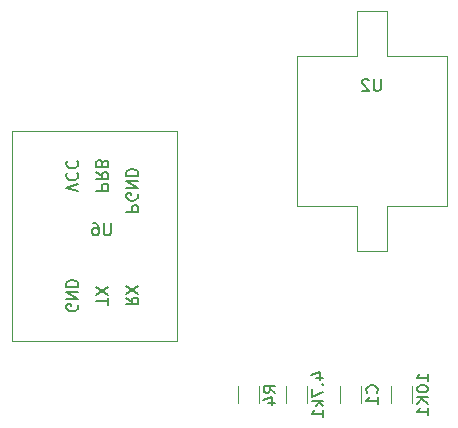
<source format=gbr>
%TF.GenerationSoftware,KiCad,Pcbnew,(5.1.10)-1*%
%TF.CreationDate,2021-10-20T12:04:41-04:00*%
%TF.ProjectId,mainboard,6d61696e-626f-4617-9264-2e6b69636164,rev?*%
%TF.SameCoordinates,Original*%
%TF.FileFunction,Legend,Bot*%
%TF.FilePolarity,Positive*%
%FSLAX46Y46*%
G04 Gerber Fmt 4.6, Leading zero omitted, Abs format (unit mm)*
G04 Created by KiCad (PCBNEW (5.1.10)-1) date 2021-10-20 12:04:41*
%MOMM*%
%LPD*%
G01*
G04 APERTURE LIST*
%ADD10C,0.120000*%
%ADD11C,0.150000*%
G04 APERTURE END LIST*
D10*
%TO.C,U2*%
X115570000Y-57150000D02*
X115570000Y-69850000D01*
X128270000Y-69850000D02*
X128270000Y-57150000D01*
X121920000Y-53340000D02*
X123190000Y-53340000D01*
X123190000Y-53340000D02*
X123190000Y-57150000D01*
X121920000Y-53340000D02*
X120650000Y-53340000D01*
X120650000Y-53340000D02*
X120650000Y-57150000D01*
X115570000Y-57150000D02*
X120650000Y-57150000D01*
X123190000Y-57150000D02*
X128270000Y-57150000D01*
X123190000Y-69850000D02*
X123190000Y-73660000D01*
X123190000Y-73660000D02*
X120650000Y-73660000D01*
X120650000Y-73660000D02*
X120650000Y-69850000D01*
X115570000Y-69850000D02*
X120650000Y-69850000D01*
X123190000Y-69850000D02*
X128270000Y-69850000D01*
%TO.C,10K1*%
X125370000Y-86579064D02*
X125370000Y-85124936D01*
X123550000Y-86579064D02*
X123550000Y-85124936D01*
%TO.C,4.7k1*%
X116480000Y-86579064D02*
X116480000Y-85124936D01*
X114660000Y-86579064D02*
X114660000Y-85124936D01*
%TO.C,C1*%
X121052000Y-86563252D02*
X121052000Y-85140748D01*
X119232000Y-86563252D02*
X119232000Y-85140748D01*
%TO.C,R4*%
X110596000Y-86579064D02*
X110596000Y-85124936D01*
X112416000Y-86579064D02*
X112416000Y-85124936D01*
%TO.C,U6*%
X105410000Y-63500000D02*
X105410000Y-81280000D01*
X105410000Y-81280000D02*
X91440000Y-81280000D01*
X91440000Y-81280000D02*
X91440000Y-63500000D01*
X91440000Y-63500000D02*
X105410000Y-63500000D01*
%TO.C,U2*%
D11*
X122681904Y-59142380D02*
X122681904Y-59951904D01*
X122634285Y-60047142D01*
X122586666Y-60094761D01*
X122491428Y-60142380D01*
X122300952Y-60142380D01*
X122205714Y-60094761D01*
X122158095Y-60047142D01*
X122110476Y-59951904D01*
X122110476Y-59142380D01*
X121681904Y-59237619D02*
X121634285Y-59190000D01*
X121539047Y-59142380D01*
X121300952Y-59142380D01*
X121205714Y-59190000D01*
X121158095Y-59237619D01*
X121110476Y-59332857D01*
X121110476Y-59428095D01*
X121158095Y-59570952D01*
X121729523Y-60142380D01*
X121110476Y-60142380D01*
%TO.C,10K1*%
X126732380Y-84685333D02*
X126732380Y-84113904D01*
X126732380Y-84399619D02*
X125732380Y-84399619D01*
X125875238Y-84304380D01*
X125970476Y-84209142D01*
X126018095Y-84113904D01*
X125732380Y-85304380D02*
X125732380Y-85399619D01*
X125780000Y-85494857D01*
X125827619Y-85542476D01*
X125922857Y-85590095D01*
X126113333Y-85637714D01*
X126351428Y-85637714D01*
X126541904Y-85590095D01*
X126637142Y-85542476D01*
X126684761Y-85494857D01*
X126732380Y-85399619D01*
X126732380Y-85304380D01*
X126684761Y-85209142D01*
X126637142Y-85161523D01*
X126541904Y-85113904D01*
X126351428Y-85066285D01*
X126113333Y-85066285D01*
X125922857Y-85113904D01*
X125827619Y-85161523D01*
X125780000Y-85209142D01*
X125732380Y-85304380D01*
X126732380Y-86066285D02*
X125732380Y-86066285D01*
X126732380Y-86637714D02*
X126160952Y-86209142D01*
X125732380Y-86637714D02*
X126303809Y-86066285D01*
X126732380Y-87590095D02*
X126732380Y-87018666D01*
X126732380Y-87304380D02*
X125732380Y-87304380D01*
X125875238Y-87209142D01*
X125970476Y-87113904D01*
X126018095Y-87018666D01*
%TO.C,4.7k1*%
X117175714Y-84447238D02*
X117842380Y-84447238D01*
X116794761Y-84209142D02*
X117509047Y-83971047D01*
X117509047Y-84590095D01*
X117747142Y-84971047D02*
X117794761Y-85018666D01*
X117842380Y-84971047D01*
X117794761Y-84923428D01*
X117747142Y-84971047D01*
X117842380Y-84971047D01*
X116842380Y-85352000D02*
X116842380Y-86018666D01*
X117842380Y-85590095D01*
X117842380Y-86399619D02*
X116842380Y-86399619D01*
X117461428Y-86494857D02*
X117842380Y-86780571D01*
X117175714Y-86780571D02*
X117556666Y-86399619D01*
X117842380Y-87732952D02*
X117842380Y-87161523D01*
X117842380Y-87447238D02*
X116842380Y-87447238D01*
X116985238Y-87352000D01*
X117080476Y-87256761D01*
X117128095Y-87161523D01*
%TO.C,C1*%
X122349142Y-85685333D02*
X122396761Y-85637714D01*
X122444380Y-85494857D01*
X122444380Y-85399619D01*
X122396761Y-85256761D01*
X122301523Y-85161523D01*
X122206285Y-85113904D01*
X122015809Y-85066285D01*
X121872952Y-85066285D01*
X121682476Y-85113904D01*
X121587238Y-85161523D01*
X121492000Y-85256761D01*
X121444380Y-85399619D01*
X121444380Y-85494857D01*
X121492000Y-85637714D01*
X121539619Y-85685333D01*
X122444380Y-86637714D02*
X122444380Y-86066285D01*
X122444380Y-86352000D02*
X121444380Y-86352000D01*
X121587238Y-86256761D01*
X121682476Y-86161523D01*
X121730095Y-86066285D01*
%TO.C,R4*%
X113778380Y-85685333D02*
X113302190Y-85352000D01*
X113778380Y-85113904D02*
X112778380Y-85113904D01*
X112778380Y-85494857D01*
X112826000Y-85590095D01*
X112873619Y-85637714D01*
X112968857Y-85685333D01*
X113111714Y-85685333D01*
X113206952Y-85637714D01*
X113254571Y-85590095D01*
X113302190Y-85494857D01*
X113302190Y-85113904D01*
X113111714Y-86542476D02*
X113778380Y-86542476D01*
X112730761Y-86304380D02*
X113445047Y-86066285D01*
X113445047Y-86685333D01*
%TO.C,U6*%
X99821904Y-71342380D02*
X99821904Y-72151904D01*
X99774285Y-72247142D01*
X99726666Y-72294761D01*
X99631428Y-72342380D01*
X99440952Y-72342380D01*
X99345714Y-72294761D01*
X99298095Y-72247142D01*
X99250476Y-72151904D01*
X99250476Y-71342380D01*
X98345714Y-71342380D02*
X98536190Y-71342380D01*
X98631428Y-71390000D01*
X98679047Y-71437619D01*
X98774285Y-71580476D01*
X98821904Y-71770952D01*
X98821904Y-72151904D01*
X98774285Y-72247142D01*
X98726666Y-72294761D01*
X98631428Y-72342380D01*
X98440952Y-72342380D01*
X98345714Y-72294761D01*
X98298095Y-72247142D01*
X98250476Y-72151904D01*
X98250476Y-71913809D01*
X98298095Y-71818571D01*
X98345714Y-71770952D01*
X98440952Y-71723333D01*
X98631428Y-71723333D01*
X98726666Y-71770952D01*
X98774285Y-71818571D01*
X98821904Y-71913809D01*
X97020000Y-78231904D02*
X97067619Y-78327142D01*
X97067619Y-78470000D01*
X97020000Y-78612857D01*
X96924761Y-78708095D01*
X96829523Y-78755714D01*
X96639047Y-78803333D01*
X96496190Y-78803333D01*
X96305714Y-78755714D01*
X96210476Y-78708095D01*
X96115238Y-78612857D01*
X96067619Y-78470000D01*
X96067619Y-78374761D01*
X96115238Y-78231904D01*
X96162857Y-78184285D01*
X96496190Y-78184285D01*
X96496190Y-78374761D01*
X96067619Y-77755714D02*
X97067619Y-77755714D01*
X96067619Y-77184285D01*
X97067619Y-77184285D01*
X96067619Y-76708095D02*
X97067619Y-76708095D01*
X97067619Y-76470000D01*
X97020000Y-76327142D01*
X96924761Y-76231904D01*
X96829523Y-76184285D01*
X96639047Y-76136666D01*
X96496190Y-76136666D01*
X96305714Y-76184285D01*
X96210476Y-76231904D01*
X96115238Y-76327142D01*
X96067619Y-76470000D01*
X96067619Y-76708095D01*
X99607619Y-78231904D02*
X99607619Y-77660476D01*
X98607619Y-77946190D02*
X99607619Y-77946190D01*
X99607619Y-77422380D02*
X98607619Y-76755714D01*
X99607619Y-76755714D02*
X98607619Y-77422380D01*
X101147619Y-77636666D02*
X101623809Y-77970000D01*
X101147619Y-78208095D02*
X102147619Y-78208095D01*
X102147619Y-77827142D01*
X102100000Y-77731904D01*
X102052380Y-77684285D01*
X101957142Y-77636666D01*
X101814285Y-77636666D01*
X101719047Y-77684285D01*
X101671428Y-77731904D01*
X101623809Y-77827142D01*
X101623809Y-78208095D01*
X102147619Y-77303333D02*
X101147619Y-76636666D01*
X102147619Y-76636666D02*
X101147619Y-77303333D01*
X97067619Y-68643333D02*
X96067619Y-68310000D01*
X97067619Y-67976666D01*
X96162857Y-67071904D02*
X96115238Y-67119523D01*
X96067619Y-67262380D01*
X96067619Y-67357619D01*
X96115238Y-67500476D01*
X96210476Y-67595714D01*
X96305714Y-67643333D01*
X96496190Y-67690952D01*
X96639047Y-67690952D01*
X96829523Y-67643333D01*
X96924761Y-67595714D01*
X97020000Y-67500476D01*
X97067619Y-67357619D01*
X97067619Y-67262380D01*
X97020000Y-67119523D01*
X96972380Y-67071904D01*
X96162857Y-66071904D02*
X96115238Y-66119523D01*
X96067619Y-66262380D01*
X96067619Y-66357619D01*
X96115238Y-66500476D01*
X96210476Y-66595714D01*
X96305714Y-66643333D01*
X96496190Y-66690952D01*
X96639047Y-66690952D01*
X96829523Y-66643333D01*
X96924761Y-66595714D01*
X97020000Y-66500476D01*
X97067619Y-66357619D01*
X97067619Y-66262380D01*
X97020000Y-66119523D01*
X96972380Y-66071904D01*
X98607619Y-68571904D02*
X99607619Y-68571904D01*
X99607619Y-68190952D01*
X99560000Y-68095714D01*
X99512380Y-68048095D01*
X99417142Y-68000476D01*
X99274285Y-68000476D01*
X99179047Y-68048095D01*
X99131428Y-68095714D01*
X99083809Y-68190952D01*
X99083809Y-68571904D01*
X98607619Y-67000476D02*
X99083809Y-67333809D01*
X98607619Y-67571904D02*
X99607619Y-67571904D01*
X99607619Y-67190952D01*
X99560000Y-67095714D01*
X99512380Y-67048095D01*
X99417142Y-67000476D01*
X99274285Y-67000476D01*
X99179047Y-67048095D01*
X99131428Y-67095714D01*
X99083809Y-67190952D01*
X99083809Y-67571904D01*
X99131428Y-66238571D02*
X99083809Y-66095714D01*
X99036190Y-66048095D01*
X98940952Y-66000476D01*
X98798095Y-66000476D01*
X98702857Y-66048095D01*
X98655238Y-66095714D01*
X98607619Y-66190952D01*
X98607619Y-66571904D01*
X99607619Y-66571904D01*
X99607619Y-66238571D01*
X99560000Y-66143333D01*
X99512380Y-66095714D01*
X99417142Y-66048095D01*
X99321904Y-66048095D01*
X99226666Y-66095714D01*
X99179047Y-66143333D01*
X99131428Y-66238571D01*
X99131428Y-66571904D01*
X101147619Y-70365714D02*
X102147619Y-70365714D01*
X102147619Y-69984761D01*
X102100000Y-69889523D01*
X102052380Y-69841904D01*
X101957142Y-69794285D01*
X101814285Y-69794285D01*
X101719047Y-69841904D01*
X101671428Y-69889523D01*
X101623809Y-69984761D01*
X101623809Y-70365714D01*
X102100000Y-68841904D02*
X102147619Y-68937142D01*
X102147619Y-69080000D01*
X102100000Y-69222857D01*
X102004761Y-69318095D01*
X101909523Y-69365714D01*
X101719047Y-69413333D01*
X101576190Y-69413333D01*
X101385714Y-69365714D01*
X101290476Y-69318095D01*
X101195238Y-69222857D01*
X101147619Y-69080000D01*
X101147619Y-68984761D01*
X101195238Y-68841904D01*
X101242857Y-68794285D01*
X101576190Y-68794285D01*
X101576190Y-68984761D01*
X101147619Y-68365714D02*
X102147619Y-68365714D01*
X101147619Y-67794285D01*
X102147619Y-67794285D01*
X101147619Y-67318095D02*
X102147619Y-67318095D01*
X102147619Y-67080000D01*
X102100000Y-66937142D01*
X102004761Y-66841904D01*
X101909523Y-66794285D01*
X101719047Y-66746666D01*
X101576190Y-66746666D01*
X101385714Y-66794285D01*
X101290476Y-66841904D01*
X101195238Y-66937142D01*
X101147619Y-67080000D01*
X101147619Y-67318095D01*
%TD*%
M02*

</source>
